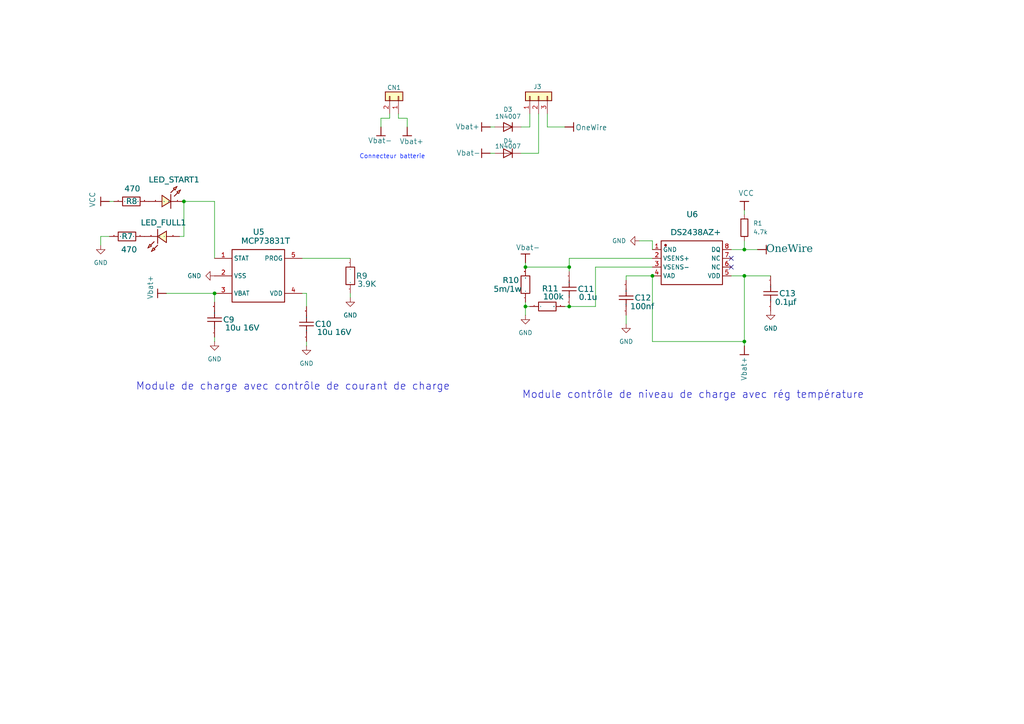
<source format=kicad_sch>
(kicad_sch (version 20231120) (generator "eeschema") (generator_version "8.0")
  (paper "A4")
  (lib_symbols
    (symbol "C_0805_US"
      (property "Reference" "C1" (at 2.54 0.8001 0))
      (property "Value" "10u 16V" (at 2.54 -1.4859 0))
      (symbol "C_0805_US_0_0"
        (polyline (pts (xy -2.032 0.508) (xy 2.032 0.508)) (stroke (width 0.254)))
        (polyline (pts (xy 0 -0.508) (xy 0 -2.54)) (stroke (width 0.254)))
        (polyline (pts (xy 0 2.54) (xy 0 0.508)) (stroke (width 0.254)))
        (polyline (pts (xy 2.032 -0.508) (xy -2.032 -0.508)) (stroke (width 0.254)))
        (pin unspecified line (at 0 -5.08 90) (length 2.54) (name "1") (number "1"))
        (pin unspecified line (at 0 5.08 270) (length 2.54) (name "2") (number "2"))
      )
    )
    (symbol "C_0805_US_1"
      (property "Reference" "C2" (at 2.54 0.8001 0))
      (property "Value" "10u 16V" (at 2.54 -1.4859 0))
      (symbol "C_0805_US_1_0_0"
        (polyline (pts (xy -2.032 0.508) (xy 2.032 0.508)) (stroke (width 0.254)))
        (polyline (pts (xy 0 -0.508) (xy 0 -2.54)) (stroke (width 0.254)))
        (polyline (pts (xy 0 2.54) (xy 0 0.508)) (stroke (width 0.254)))
        (polyline (pts (xy 2.032 -0.508) (xy -2.032 -0.508)) (stroke (width 0.254)))
        (pin unspecified line (at 0 -5.08 90) (length 2.54) (name "1") (number "1"))
        (pin unspecified line (at 0 5.08 270) (length 2.54) (name "2") (number "2"))
      )
    )
    (symbol "C_0805_US_2"
      (property "Reference" "C3" (at 2.54 0.8001 0))
      (property "Value" "0.1u" (at 2.54 -1.4859 0))
      (symbol "C_0805_US_2_0_0"
        (polyline (pts (xy -2.032 0.508) (xy 2.032 0.508)) (stroke (width 0.254)))
        (polyline (pts (xy 0 -0.508) (xy 0 -2.54)) (stroke (width 0.254)))
        (polyline (pts (xy 0 2.54) (xy 0 0.508)) (stroke (width 0.254)))
        (polyline (pts (xy 2.032 -0.508) (xy -2.032 -0.508)) (stroke (width 0.254)))
        (pin unspecified line (at 0 -5.08 90) (length 2.54) (name "1") (number "1"))
        (pin unspecified line (at 0 5.08 270) (length 2.54) (name "2") (number "2"))
      )
    )
    (symbol "C_0805_US_3"
      (property "Reference" "C4" (at 2.54 0.8001 0))
      (property "Value" "100nf" (at 0.8382 -1.6383 0))
      (symbol "C_0805_US_3_0_0"
        (polyline (pts (xy -2.032 0.508) (xy 2.032 0.508)) (stroke (width 0.254)))
        (polyline (pts (xy 0 -0.508) (xy 0 -2.54)) (stroke (width 0.254)))
        (polyline (pts (xy 0 2.54) (xy 0 0.508)) (stroke (width 0.254)))
        (polyline (pts (xy 2.032 -0.508) (xy -2.032 -0.508)) (stroke (width 0.254)))
        (pin unspecified line (at 0 -5.08 90) (length 2.54) (name "1") (number "1"))
        (pin unspecified line (at 0 5.08 270) (length 2.54) (name "2") (number "2"))
      )
    )
    (symbol "C_0805_US_4"
      (property "Reference" "C5" (at 2.54 0.8001 0))
      (property "Value" "0.1µf" (at 0.8382 -1.6383 0))
      (symbol "C_0805_US_4_0_0"
        (polyline (pts (xy -2.032 0.508) (xy 2.032 0.508)) (stroke (width 0.254)))
        (polyline (pts (xy 0 -0.508) (xy 0 -2.54)) (stroke (width 0.254)))
        (polyline (pts (xy 0 2.54) (xy 0 0.508)) (stroke (width 0.254)))
        (polyline (pts (xy 2.032 -0.508) (xy -2.032 -0.508)) (stroke (width 0.254)))
        (pin unspecified line (at 0 -5.08 90) (length 2.54) (name "1") (number "1"))
        (pin unspecified line (at 0 5.08 270) (length 2.54) (name "2") (number "2"))
      )
    )
    (symbol "Connector_Generic:Conn_01x02" (pin_names (offset 1.016) hide)
      (property "Reference" "J" (at 0 2.54 0))
      (property "Value" "Conn_01x02" (at 0 -5.08 0))
      (symbol "Conn_01x02_1_1"
        (rectangle (start -1.27 -2.413) (end 0 -2.667) (stroke (width 0.1524)))
        (rectangle (start -1.27 0.127) (end 0 -0.127) (stroke (width 0.1524)))
        (rectangle (start -1.27 1.27) (end 1.27 -3.81) (stroke (width 0.254)) (fill (type background)))
        (pin passive line (at -5.08 0 0) (length 3.81) (name "Pin_1") (number "1"))
        (pin passive line (at -5.08 -2.54 0) (length 3.81) (name "Pin_2") (number "2"))
      )
    )
    (symbol "Connector_Generic:Conn_01x03" (pin_names (offset 1.016) hide)
      (property "Reference" "J" (at 0 5.08 0))
      (property "Value" "Conn_01x03" (at 0 -5.08 0))
      (symbol "Conn_01x03_1_1"
        (rectangle (start -1.27 -2.413) (end 0 -2.667) (stroke (width 0.1524)))
        (rectangle (start -1.27 0.127) (end 0 -0.127) (stroke (width 0.1524)))
        (rectangle (start -1.27 2.667) (end 0 2.413) (stroke (width 0.1524)))
        (rectangle (start -1.27 3.81) (end 1.27 -3.81) (stroke (width 0.254)) (fill (type background)))
        (pin passive line (at -5.08 2.54 0) (length 3.81) (name "Pin_1") (number "1"))
        (pin passive line (at -5.08 0 0) (length 3.81) (name "Pin_2") (number "2"))
        (pin passive line (at -5.08 -2.54 0) (length 3.81) (name "Pin_3") (number "3"))
      )
    )
    (symbol "DS2438AZ+"
      (property "Reference" "U1" (at -2.7686 16.1163 0))
      (property "Value" "DS2438AZ+" (at -7.747 10.9601 0))
      (symbol "DS2438AZ+_0_0"
        (rectangle (start -10.16 7.62) (end 7.62 -5.08) (stroke (width 0.254)))
        (circle (center -8.89 6.35) (radius 0.254) (stroke (width 0.254)) (fill (type outline)))
        (pin unspecified line (at -12.7 5.08 0) (length 2.54) (name "GND") (number "1"))
        (pin unspecified line (at -12.7 2.54 0) (length 2.54) (name "VSENS+") (number "2"))
        (pin unspecified line (at -12.7 0 0) (length 2.54) (name "VSENS-") (number "3"))
        (pin unspecified line (at -12.7 -2.54 0) (length 2.54) (name "VAD") (number "4"))
        (pin unspecified line (at 10.16 -2.54 180) (length 2.54) (name "VDD") (number "5"))
        (pin unspecified line (at 10.16 0 180) (length 2.54) (name "NC") (number "6"))
        (pin unspecified line (at 10.16 2.54 180) (length 2.54) (name "NC") (number "7"))
        (pin unspecified line (at 10.16 5.08 180) (length 2.54) (name "DQ") (number "8"))
      )
    )
    (symbol "Device:R" (pin_numbers hide) (pin_names (offset 0))
      (property "Reference" "R" (at 2.032 0 90))
      (property "Value" "R" (at 0 0 90))
      (symbol "R_0_1"
        (rectangle (start -1.016 -2.54) (end 1.016 2.54) (stroke (width 0.254)))
      )
      (symbol "R_1_1"
        (pin passive line (at 0 3.81 270) (length 1.27) (name "~") (number "1"))
        (pin passive line (at 0 -3.81 90) (length 1.27) (name "~") (number "2"))
      )
    )
    (symbol "Diode:1N4007" (pin_numbers hide) (pin_names hide)
      (property "Reference" "D" (at 0 2.54 0))
      (property "Value" "1N4007" (at 0 -2.54 0))
      (symbol "1N4007_0_1"
        (polyline (pts (xy -1.27 1.27) (xy -1.27 -1.27)) (stroke (width 0.254)))
        (polyline (pts (xy 1.27 0) (xy -1.27 0)))
        (polyline (pts (xy 1.27 1.27) (xy 1.27 -1.27) (xy -1.27 0) (xy 1.27 1.27)) (stroke (width 0.254)))
      )
      (symbol "1N4007_1_1"
        (pin passive line (at -3.81 0 0) (length 2.54) (name "K") (number "1"))
        (pin passive line (at 3.81 0 180) (length 2.54) (name "A") (number "2"))
      )
    )
    (symbol "LED-0603_B"
      (property "Reference" "LED2" (at -4.2164 4.6609 0))
      (symbol "LED-0603_B_0_0"
        (polyline (pts (xy 1.27 2.032) (xy 1.27 -2.032)) (stroke (width 0.254)) (fill (type background)))
        (polyline (pts (xy 1.27 2.54) (xy 2.286 3.556)) (stroke (width 0.254)) (fill (type outline)))
        (polyline (pts (xy 2.286 1.524) (xy 3.302 2.54)) (stroke (width 0.254)) (fill (type outline)))
        (polyline (pts (xy -1.27 -1.524) (xy 1.27 0) (xy -1.27 1.778) (xy -1.27 -1.524)) (stroke (width 0.254)) (fill (type background)))
        (polyline (pts (xy 3.048 4.318) (xy 2.032 3.81) (xy 2.54 3.302) (xy 3.048 4.318)) (stroke (width 0.254)) (fill (type background)))
        (polyline (pts (xy 4.064 3.302) (xy 3.048 2.794) (xy 3.556 2.286) (xy 4.064 3.302)) (stroke (width 0.254)) (fill (type background)))
        (pin unspecified line (at -5.08 0 0) (length 3.81) (name "1") (number "1"))
        (pin unspecified line (at 5.08 0 180) (length 3.81) (name "2") (number "2"))
      )
    )
    (symbol "LED-0805_G"
      (property "Reference" "LED1" (at -1.6764 4.6609 0))
      (symbol "LED-0805_G_0_0"
        (polyline (pts (xy -2.286 -1.524) (xy -3.302 -2.54)) (stroke (width 0.254)) (fill (type outline)))
        (polyline (pts (xy -1.27 -2.54) (xy -2.286 -3.556)) (stroke (width 0.254)) (fill (type outline)))
        (polyline (pts (xy -1.27 -2.032) (xy -1.27 2.032)) (stroke (width 0.254)) (fill (type background)))
        (polyline (pts (xy -4.064 -3.302) (xy -3.048 -2.794) (xy -3.556 -2.286) (xy -4.064 -3.302)) (stroke (width 0.254)) (fill (type background)))
        (polyline (pts (xy -3.048 -4.318) (xy -2.032 -3.81) (xy -2.54 -3.302) (xy -3.048 -4.318)) (stroke (width 0.254)) (fill (type background)))
        (polyline (pts (xy 1.27 1.524) (xy -1.27 0) (xy 1.27 -1.778) (xy 1.27 1.524)) (stroke (width 0.254)) (fill (type background)))
        (pin unspecified line (at 5.08 0 180) (length 3.81) (name "1") (number "1"))
        (pin unspecified line (at -5.08 0 0) (length 3.81) (name "2") (number "2"))
      )
    )
    (symbol "MCP73831T-2ATI/OT"
      (property "Reference" "U2" (at -1.4986 13.5509 0))
      (property "Value" "MCP73831T" (at -5.3594 11.0109 0))
      (symbol "MCP73831T-2ATI/OT_0_0"
        (rectangle (start -7.62 7.62) (end 7.62 -7.62) (stroke (width 0.254)))
        (pin unspecified line (at -12.7 5.08 0) (length 5.08) (name "STAT") (number "1"))
        (pin unspecified line (at -12.7 0 0) (length 5.08) (name "VSS") (number "2"))
        (pin unspecified line (at -12.7 -5.08 0) (length 5.08) (name "VBAT") (number "3"))
        (pin unspecified line (at 12.7 -5.08 180) (length 5.08) (name "VDD") (number "4"))
        (pin unspecified line (at 12.7 5.08 180) (length 5.08) (name "PROG") (number "5"))
      )
    )
    (symbol "OneWire" (power) (pin_numbers hide) (pin_names hide)
      (property "Value" "OneWire" (at 0 3.81 0))
      (symbol "OneWire_0_0"
        (polyline (pts (xy -1.27 -2.54) (xy 1.27 -2.54)) (stroke (width 0.254)))
        (polyline (pts (xy 0 0) (xy 0 -2.54)) (stroke (width 0.254)))
        (pin power_in line (at 0 0 270) (length 0) (name "OneWire") (number "1"))
      )
    )
    (symbol "R_0805_EU"
      (property "Reference" "R1" (at 1.778 0.8001 0))
      (property "Value" "3.9K" (at 1.778 -1.4859 0))
      (symbol "R_0805_EU_0_0"
        (rectangle (start -1.27 2.54) (end 1.27 -2.54) (stroke (width 0.254)))
        (pin unspecified line (at 0 -5.08 90) (length 2.54) (name "1") (number "1"))
        (pin unspecified line (at 0 5.08 270) (length 2.54) (name "2") (number "2"))
      )
    )
    (symbol "R_0805_EU_1"
      (property "Reference" "R2" (at -1.4986 0.8763 0))
      (property "Value" "470" (at -3.2258 4.6609 0))
      (symbol "R_0805_EU_1_0_0"
        (rectangle (start -2.54 1.27) (end 2.54 -1.27) (stroke (width 0.254)))
        (pin unspecified line (at 5.08 0 180) (length 2.54) (name "1") (number "1"))
        (pin unspecified line (at -5.08 0 0) (length 2.54) (name "2") (number "2"))
      )
    )
    (symbol "R_0805_EU_2"
      (property "Reference" "R3" (at -1.4986 0.8763 0))
      (property "Value" "470" (at -1.9558 -2.9337 0))
      (symbol "R_0805_EU_2_0_0"
        (rectangle (start -2.54 1.27) (end 2.54 -1.27) (stroke (width 0.254)))
        (pin unspecified line (at 5.08 0 180) (length 2.54) (name "1") (number "1"))
        (pin unspecified line (at -5.08 0 0) (length 2.54) (name "2") (number "2"))
      )
    )
    (symbol "R_0805_EU_3"
      (property "Reference" "R4" (at -6.5786 2.0955 0))
      (property "Value" "5m/1w" (at -9.8298 -0.4191 0))
      (symbol "R_0805_EU_3_0_0"
        (rectangle (start -1.27 2.54) (end 1.27 -2.54) (stroke (width 0.254)))
        (pin unspecified line (at 0 -5.08 90) (length 2.54) (name "1") (number "1"))
        (pin unspecified line (at 0 5.08 270) (length 2.54) (name "2") (number "2"))
      )
    )
    (symbol "R_0805_EU_4"
      (property "Reference" "R5" (at -1.4986 6.0071 0))
      (property "Value" "100k" (at -1.4986 3.7211 0))
      (symbol "R_0805_EU_4_0_0"
        (rectangle (start -2.54 1.27) (end 2.54 -1.27) (stroke (width 0.254)))
        (pin unspecified line (at 5.08 0 180) (length 2.54) (name "1") (number "1"))
        (pin unspecified line (at -5.08 0 0) (length 2.54) (name "2") (number "2"))
      )
    )
    (symbol "VCC" (power) (pin_numbers hide) (pin_names hide)
      (property "Value" "VCC" (at 0 3.81 0))
      (symbol "VCC_0_0"
        (polyline (pts (xy -1.27 -2.54) (xy 1.27 -2.54)) (stroke (width 0.254)))
        (polyline (pts (xy 0 0) (xy 0 -2.54)) (stroke (width 0.254)))
        (pin power_in line (at 0 0 270) (length 0) (name "VCC") (number "1"))
      )
    )
    (symbol "Vbat+" (power) (pin_numbers hide) (pin_names hide)
      (property "Value" "Vbat+" (at 0 3.81 0))
      (symbol "Vbat+_0_0"
        (polyline (pts (xy -1.27 -2.54) (xy 1.27 -2.54)) (stroke (width 0.254)))
        (polyline (pts (xy 0 0) (xy 0 -2.54)) (stroke (width 0.254)))
        (pin power_in line (at 0 0 270) (length 0) (name "Vbat+") (number "1"))
      )
    )
    (symbol "power:GND" (power) (pin_numbers hide) (pin_names (offset 0) hide)
      (property "Value" "GND" (at 0 -3.81 0))
      (symbol "GND_0_1"
        (polyline (pts (xy 0 0) (xy 0 -1.27) (xy 1.27 -1.27) (xy 0 -2.54) (xy -1.27 -1.27) (xy 0 -1.27)))
      )
      (symbol "GND_1_1"
        (pin power_in line (at 0 0 270) (length 0) (name "~") (number "1"))
      )
    )
  )
  (junction (at 152.4 88.9))
  (junction (at 215.9 99.06))
  (junction (at 152.4 77.47))
  (junction (at 215.9 72.39))
  (junction (at 62.23 85.09))
  (junction (at 165.1 88.9))
  (junction (at 53.34 58.42))
  (junction (at 189.23 80.01))
  (junction (at 215.9 80.01))
  (junction (at 165.1 77.47))
  (no_connect (at 212.09 74.93))
  (no_connect (at 212.09 77.47))
  (wire (pts (xy 181.61 91.44) (xy 181.61 93.98)))
  (wire (pts (xy 53.34 58.42) (xy 62.23 58.42)))
  (wire (pts (xy 48.26 85.09) (xy 62.23 85.09)))
  (wire (pts (xy 52.07 68.58) (xy 53.34 68.58)))
  (wire (pts (xy 62.23 58.42) (xy 62.23 74.93)))
  (wire (pts (xy 87.63 74.93) (xy 101.6 74.93)))
  (wire (pts (xy 142.24 36.83) (xy 143.51 36.83)))
  (wire (pts (xy 152.4 76.2) (xy 152.4 77.47)))
  (wire (pts (xy 156.21 44.45) (xy 151.13 44.45)))
  (wire (pts (xy 152.4 88.9) (xy 152.4 87.63)))
  (wire (pts (xy 215.9 99.06) (xy 215.9 80.01)))
  (wire (pts (xy 189.23 74.93) (xy 165.1 74.93)))
  (wire (pts (xy 219.71 72.39) (xy 215.9 72.39)))
  (wire (pts (xy 152.4 88.9) (xy 152.4 91.44)))
  (wire (pts (xy 172.72 77.47) (xy 172.72 88.9)))
  (wire (pts (xy 29.21 68.58) (xy 29.21 71.12)))
  (wire (pts (xy 31.75 58.42) (xy 33.02 58.42)))
  (wire (pts (xy 189.23 69.85) (xy 189.23 72.39)))
  (wire (pts (xy 118.11 34.29) (xy 115.57 34.29)))
  (wire (pts (xy 118.11 34.29) (xy 118.11 36.83)))
  (wire (pts (xy 53.34 68.58) (xy 53.34 58.42)))
  (wire (pts (xy 142.24 44.45) (xy 143.51 44.45)))
  (wire (pts (xy 153.67 88.9) (xy 152.4 88.9)))
  (wire (pts (xy 185.42 69.85) (xy 189.23 69.85)))
  (wire (pts (xy 62.23 97.79) (xy 62.23 99.06)))
  (wire (pts (xy 215.9 80.01) (xy 212.09 80.01)))
  (wire (pts (xy 181.61 81.28) (xy 181.61 80.01)))
  (wire (pts (xy 215.9 60.96) (xy 215.9 62.23)))
  (wire (pts (xy 88.9 99.06) (xy 88.9 100.33)))
  (wire (pts (xy 165.1 88.9) (xy 163.83 88.9)))
  (wire (pts (xy 158.75 36.83) (xy 163.83 36.83)))
  (wire (pts (xy 215.9 72.39) (xy 212.09 72.39)))
  (wire (pts (xy 152.4 77.47) (xy 165.1 77.47)))
  (wire (pts (xy 110.49 34.29) (xy 113.03 34.29)))
  (wire (pts (xy 101.6 85.09) (xy 101.6 86.36)))
  (wire (pts (xy 62.23 85.09) (xy 62.23 87.63)))
  (wire (pts (xy 88.9 85.09) (xy 88.9 88.9)))
  (wire (pts (xy 29.21 68.58) (xy 31.75 68.58)))
  (wire (pts (xy 153.67 33.02) (xy 153.67 36.83)))
  (wire (pts (xy 181.61 80.01) (xy 189.23 80.01)))
  (wire (pts (xy 115.57 34.29) (xy 115.57 33.02)))
  (wire (pts (xy 189.23 77.47) (xy 172.72 77.47)))
  (wire (pts (xy 153.67 36.83) (xy 151.13 36.83)))
  (wire (pts (xy 156.21 33.02) (xy 156.21 44.45)))
  (wire (pts (xy 215.9 99.06) (xy 215.9 100.33)))
  (wire (pts (xy 215.9 69.85) (xy 215.9 72.39)))
  (wire (pts (xy 110.49 34.29) (xy 110.49 36.83)))
  (wire (pts (xy 113.03 34.29) (xy 113.03 33.02)))
  (wire (pts (xy 165.1 74.93) (xy 165.1 77.47)))
  (wire (pts (xy 189.23 99.06) (xy 215.9 99.06)))
  (wire (pts (xy 223.52 80.01) (xy 215.9 80.01)))
  (wire (pts (xy 172.72 88.9) (xy 165.1 88.9)))
  (wire (pts (xy 189.23 80.01) (xy 189.23 99.06)))
  (wire (pts (xy 87.63 85.09) (xy 88.9 85.09)))
  (wire (pts (xy 158.75 33.02) (xy 158.75 36.83)))
  (wire (pts (xy 165.1 77.47) (xy 165.1 78.74)))
  (text "Module de charge avec contrôle de courant de charge" (at 39.37 110.8583 0) (effects (font (size 2.1717 2.1717)) (justify left top)))
  (text "Module contrôle de niveau de charge avec rég température" (at 151.384 113.284 0) (effects (font (size 2.1717 2.1717)) (justify left top)))
  (text "Connecteur batterie" (at 113.792 45.466 0) (effects (font (size 1.27 1.27))))
  (symbol (lib_id "power:GND") (at 152.4 91.44 0) (unit 1)
    (property "Reference" "#PWR021" (effects (hide yes)))
    (property "Value" "GND" (at 152.4 96.52 0))
    (property "Description" "Power symbol creates a global label with name \"GND\" , ground" (effects (hide yes)))
  )
  (symbol (lib_id "VCC") (at 215.9 60.96 0) (mirror x) (unit 0)
    (property "Reference" "#PWR01" (effects (hide yes)))
    (property "Value" "VCC" (at 214.122 56.896 0) (effects (font (size 1.524 1.524)) (justify left top)))
    (property "Description" "Le symbole d'alimentation crée un label global de nom 'VCC'" (effects (hide yes)))
  )
  (symbol (lib_id "power:GND") (at 88.9 100.33 0) (unit 1)
    (property "Reference" "#PWR018" (effects (hide yes)))
    (property "Value" "GND" (at 88.9 105.41 0))
    (property "Description" "Power symbol creates a global label with name \"GND\" , ground" (effects (hide yes)))
  )
  (symbol (lib_id "Diode:1N4007") (at 147.32 44.45 180) (unit 1)
    (property "Reference" "D4" (at 147.32 40.894 0))
    (property "Value" "1N4007" (at 147.32 42.418 0))
    (property "Footprint" "Diode_SMD:D_SMA" (effects (hide yes)))
    (property "Datasheet" "http://www.vishay.com/docs/88503/1n4001.pdf" (effects (hide yes)))
    (property "Description" "1000V 1A General Purpose Rectifier Diode, DO-41" (effects (hide yes)))
    (property "Sim.Device" "D" (effects (hide yes)))
    (property "Sim.Pins" "1=K 2=A" (effects (hide yes)))
  )
  (symbol (lib_id "R_0805_EU_4") (at 158.75 88.9 0) (unit 1)
    (property "Reference" "R11" (at 157.2514 82.8929 0) (effects (font (size 1.6891 1.6891)) (justify left top)))
    (property "Value" "100k" (at 157.2514 85.1789 0) (effects (font (size 1.6891 1.6891)) (justify left top)))
    (property "Footprint" "Resistor_SMD:R_0805_2012Metric" (effects (hide yes)))
  )
  (symbol (lib_id "R_0805_EU") (at 101.6 80.01 0) (unit 1)
    (property "Reference" "R9" (at 103.378 79.2099 0) (effects (font (size 1.6891 1.6891)) (justify left top)))
    (property "Value" "3.9K" (at 103.378 81.4959 0) (effects (font (size 1.6891 1.6891)) (justify left top)))
    (property "Footprint" "Resistor_SMD:R_0805_2012Metric" (effects (hide yes)))
  )
  (symbol (lib_id "Vbat+") (at 215.9 100.33 0) (mirror y) (unit 0)
    (property "Reference" "#PWR024" (effects (hide yes)))
    (property "Value" "Vbat+" (at 216.662 110.49 90) (effects (font (size 1.524 1.524)) (justify left top)))
    (property "Description" "Le symbole d'alimentation crée un label global de nom 'Vbat+'" (effects (hide yes)))
  )
  (symbol (lib_id "C_0805_US_4") (at 223.52 85.09 0) (unit 1)
    (property "Reference" "C13" (at 226.06 84.2899 0) (effects (font (size 1.6891 1.6891)) (justify left top)))
    (property "Value" "0.1µf" (at 224.3582 86.7283 0) (effects (font (size 1.6891 1.6891)) (justify left top)))
    (property "Footprint" "Capacitor_SMD:C_0805_2012Metric" (effects (hide yes)))
  )
  (symbol (lib_id "OneWire") (at 219.71 72.39 90) (mirror x) (unit 0)
    (property "Reference" "#PWR025" (effects (hide yes)))
    (property "Value" "OneWire" (at 222.377 73.406 -270) (effects (font (size 2.1717 2.1717)) (justify right bottom)))
    (property "Description" "Le symbole d'alimentation crée un label global de nom 'OneWire'" (effects (hide yes)))
  )
  (symbol (lib_id "power:GND") (at 62.23 99.06 0) (unit 1)
    (property "Reference" "#PWR017" (effects (hide yes)))
    (property "Value" "GND" (at 62.23 104.14 0))
    (property "Description" "Power symbol creates a global label with name \"GND\" , ground" (effects (hide yes)))
  )
  (symbol (lib_id "C_0805_US_2") (at 165.1 83.82 0) (unit 1)
    (property "Reference" "C11" (at 167.64 83.0199 0) (effects (font (size 1.6891 1.6891)) (justify left top)))
    (property "Value" "0.1u" (at 167.64 85.3059 0) (effects (font (size 1.6891 1.6891)) (justify left top)))
    (property "Footprint" "Capacitor_SMD:C_0805_2012Metric" (effects (hide yes)))
  )
  (symbol (lib_id "power:GND") (at 181.61 93.98 0) (unit 1)
    (property "Reference" "#PWR022" (effects (hide yes)))
    (property "Value" "GND" (at 181.61 99.06 0))
    (property "Description" "Power symbol creates a global label with name \"GND\" , ground" (effects (hide yes)))
  )
  (symbol (lib_id "power:GND") (at 29.21 71.12 0) (unit 1)
    (property "Reference" "#PWR013" (effects (hide yes)))
    (property "Value" "GND" (at 29.21 76.2 0))
    (property "Description" "Power symbol creates a global label with name \"GND\" , ground" (effects (hide yes)))
  )
  (symbol (lib_id "power:GND") (at 62.23 80.01 270) (unit 1)
    (property "Reference" "#PWR016" (effects (hide yes)))
    (property "Value" "GND" (at 58.42 80.0099 90) (effects (justify right)))
    (property "Description" "Power symbol creates a global label with name \"GND\" , ground" (effects (hide yes)))
  )
  (symbol (lib_id "R_0805_EU_1") (at 38.1 58.42 0) (unit 1)
    (property "Reference" "R8" (at 36.6014 57.5437 0) (effects (font (size 1.6891 1.6891)) (justify left top)))
    (property "Value" "470" (at 35.814 53.848 0) (effects (font (size 1.6891 1.6891)) (justify left top)))
    (property "Footprint" "Resistor_SMD:R_0805_2012Metric" (effects (hide yes)))
  )
  (symbol (lib_id "C_0805_US_3") (at 181.61 86.36 0) (unit 1)
    (property "Reference" "C12" (at 184.15 85.5599 0) (effects (font (size 1.6891 1.6891)) (justify left top)))
    (property "Value" "100nf" (at 182.4482 87.9983 0) (effects (font (size 1.6891 1.6891)) (justify left top)))
    (property "Footprint" "Capacitor_SMD:C_0805_2012Metric" (effects (hide yes)))
  )
  (symbol (lib_id "Diode:1N4007") (at 147.32 36.83 180) (unit 1)
    (property "Reference" "D3" (at 147.32 31.75 0))
    (property "Value" "1N4007" (at 147.32 33.782 0))
    (property "Footprint" "Diode_SMD:D_SMA" (effects (hide yes)))
    (property "Datasheet" "http://www.vishay.com/docs/88503/1n4001.pdf" (effects (hide yes)))
    (property "Description" "1000V 1A General Purpose Rectifier Diode, DO-41" (effects (hide yes)))
    (property "Sim.Device" "D" (effects (hide yes)))
    (property "Sim.Pins" "1=K 2=A" (effects (hide yes)))
  )
  (symbol (lib_id "power:GND") (at 223.52 90.17 0) (unit 1)
    (property "Reference" "#PWR026" (effects (hide yes)))
    (property "Value" "GND" (at 223.52 95.25 0))
    (property "Description" "Power symbol creates a global label with name \"GND\" , ground" (effects (hide yes)))
  )
  (symbol (lib_id "Device:R") (at 215.9 66.04 0) (unit 1)
    (property "Reference" "R1" (at 218.44 64.7699 0) (effects (justify left)))
    (property "Value" "4.7k" (at 218.44 67.3099 0) (effects (justify left)))
    (property "Footprint" "Resistor_SMD:R_0805_2012Metric" (effects (hide yes)))
    (property "Description" "Resistor" (effects (hide yes)))
  )
  (symbol (lib_id "Vbat+") (at 110.49 36.83 0) (mirror y) (unit 0)
    (property "Reference" "#PWR029" (effects (hide yes)))
    (property "Value" "Vbat-" (at 113.792 39.878 0) (effects (font (size 1.524 1.524)) (justify left top)))
    (property "Description" "Le symbole d'alimentation crée un label global de nom 'Vbat+'" (effects (hide yes)))
  )
  (symbol (lib_id "power:GND") (at 185.42 69.85 270) (unit 1)
    (property "Reference" "#PWR023" (effects (hide yes)))
    (property "Value" "GND" (at 181.61 69.8499 90) (effects (justify right)))
    (property "Description" "Power symbol creates a global label with name \"GND\" , ground" (effects (hide yes)))
  )
  (symbol (lib_id "Vbat+") (at 142.24 36.83 270) (mirror x) (unit 0)
    (property "Reference" "#PWR027" (effects (hide yes)))
    (property "Value" "Vbat+" (at 132.08 37.592 90) (effects (font (size 1.524 1.524)) (justify left top)))
    (property "Description" "Le symbole d'alimentation crée un label global de nom 'Vbat+'" (effects (hide yes)))
  )
  (symbol (lib_id "R_0805_EU_3") (at 152.4 82.55 0) (unit 1)
    (property "Reference" "R10" (at 145.8214 80.4545 0) (effects (font (size 1.6891 1.6891)) (justify left top)))
    (property "Value" "5m/1w" (at 142.5702 82.9691 0) (effects (font (size 1.6891 1.6891)) (justify left top)))
    (property "Footprint" "Resistor_SMD:R_0805_2012Metric" (effects (hide yes)))
  )
  (symbol (lib_id "Vbat+") (at 142.24 44.45 270) (mirror x) (unit 0)
    (property "Reference" "#PWR028" (effects (hide yes)))
    (property "Value" "Vbat-" (at 132.334 45.212 90) (effects (font (size 1.524 1.524)) (justify left top)))
    (property "Description" "Le symbole d'alimentation crée un label global de nom 'Vbat+'" (effects (hide yes)))
  )
  (symbol (lib_id "LED-0603_B") (at 48.26 58.42 0) (unit 1)
    (property "Reference" "LED_START1" (at 43.18 51.308 0) (effects (font (size 1.6891 1.6891)) (justify left top)))
    (property "Value" "LED-0603_B" (effects (hide yes)))
    (property "Footprint" "LED_SMD:LED_0805_2012Metric" (effects (hide yes)))
  )
  (symbol (lib_id "Vbat+") (at 118.11 36.83 0) (mirror y) (unit 0)
    (property "Reference" "#PWR030" (effects (hide yes)))
    (property "Value" "Vbat+" (at 122.936 40.132 0) (effects (font (size 1.524 1.524)) (justify left top)))
    (property "Description" "Le symbole d'alimentation crée un label global de nom 'Vbat+'" (effects (hide yes)))
  )
  (symbol (lib_id "LED-0805_G") (at 46.99 68.58 0) (unit 1)
    (property "Reference" "LED_FULL1" (at 40.894 63.754 0) (effects (font (size 1.6891 1.6891)) (justify left top)))
    (property "Value" "LED-0805_G" (effects (hide yes)))
    (property "Footprint" "LED_SMD:LED_0805_2012Metric" (effects (hide yes)))
  )
  (symbol (lib_id "OneWire") (at 163.83 36.83 90) (mirror x) (unit 0)
    (property "Reference" "#PWR031" (effects (hide yes)))
    (property "Value" "OneWire" (at 166.878 37.846 90) (effects (font (size 1.524 1.524)) (justify right bottom)))
    (property "Description" "Le symbole d'alimentation crée un label global de nom 'OneWire'" (effects (hide yes)))
  )
  (symbol (lib_id "VCC") (at 31.75 58.42 270) (mirror x) (unit 0)
    (property "Reference" "#PWR014" (effects (hide yes)))
    (property "Value" "VCC" (at 27.686 60.198 0) (effects (font (size 1.524 1.524)) (justify left top)))
    (property "Description" "Le symbole d'alimentation crée un label global de nom 'VCC'" (effects (hide yes)))
  )
  (symbol (lib_id "DS2438AZ+") (at 201.93 77.47 0) (unit 1)
    (property "Reference" "U6" (at 199.1614 61.3537 0) (effects (font (size 1.6891 1.6891)) (justify left top)))
    (property "Value" "DS2438AZ+" (at 194.183 66.5099 0) (effects (font (size 1.6891 1.6891)) (justify left top)))
    (property "Footprint" "Package_SO:SOIC-8_3.9x4.9mm_P1.27mm" (effects (hide yes)))
  )
  (symbol (lib_id "MCP73831T-2ATI/OT") (at 74.93 80.01 0) (unit 1)
    (property "Reference" "U5" (at 73.4314 66.4591 0) (effects (font (size 1.6891 1.6891)) (justify left top)))
    (property "Value" "MCP73831T" (at 69.5706 68.9991 0) (effects (font (size 1.6891 1.6891)) (justify left top)))
    (property "Footprint" "Package_TO_SOT_SMD:SOT-23-5" (effects (hide yes)))
  )
  (symbol (lib_id "C_0805_US") (at 88.9 93.98 0) (unit 1)
    (property "Reference" "C10" (at 91.44 93.1799 0) (effects (font (size 1.6891 1.6891)) (justify left top)))
    (property "Value" "10u 16V" (at 91.44 95.4659 0) (effects (font (size 1.6891 1.6891)) (justify left top)))
    (property "Footprint" "Capacitor_SMD:C_0805_2012Metric" (effects (hide yes)))
  )
  (symbol (lib_id "Connector_Generic:Conn_01x02") (at 115.57 27.94 270) (mirror x) (unit 1)
    (property "Reference" "CN1" (at 114.3 25.4 90))
    (property "Value" "Conn_01x02" (effects (hide yes)))
    (property "Footprint" "TerminalBlock_MetzConnect:TerminalBlock_MetzConnect_Type011_RT05502HBWC_1x02_P5.00mm_Horizontal" (effects (hide yes)))
    (property "Description" "Generic connector, single row, 01x02, script generated (kicad-library-utils/schlib/autogen/connector/)" (effects (hide yes)))
  )
  (symbol (lib_id "R_0805_EU_2") (at 36.83 68.58 0) (unit 1)
    (property "Reference" "R7" (at 35.3314 67.7037 0) (effects (font (size 1.6891 1.6891)) (justify left top)))
    (property "Value" "470" (at 34.8742 71.5137 0) (effects (font (size 1.6891 1.6891)) (justify left top)))
    (property "Footprint" "Resistor_SMD:R_0805_2012Metric" (effects (hide yes)))
  )
  (symbol (lib_id "Connector_Generic:Conn_01x03") (at 156.21 27.94 90) (unit 1)
    (property "Reference" "J3" (at 154.686 25.146 90) (effects (justify right)))
    (property "Value" "Conn_01x03" (effects (hide yes)))
    (property "Footprint" "Connector_PinHeader_1.00mm:PinHeader_1x03_P1.00mm_Vertical" (effects (hide yes)))
    (property "Description" "Generic connector, single row, 01x03, script generated (kicad-library-utils/schlib/autogen/connector/)" (effects (hide yes)))
  )
  (symbol (lib_id "Vbat+") (at 152.4 76.2 0) (mirror x) (unit 0)
    (property "Reference" "#PWR020" (effects (hide yes)))
    (property "Value" "Vbat-" (at 149.606 72.644 0) (effects (font (size 1.524 1.524)) (justify left top)))
    (property "Description" "Le symbole d'alimentation crée un label global de nom 'Vbat+'" (effects (hide yes)))
  )
  (symbol (lib_id "Vbat+") (at 48.26 85.09 270) (mirror x) (unit 0)
    (property "Reference" "#PWR015" (effects (hide yes)))
    (property "Value" "Vbat+" (at 44.45 86.868 0) (effects (font (size 1.524 1.524)) (justify left top)))
    (property "Description" "Le symbole d'alimentation crée un label global de nom 'Vbat+'" (effects (hide yes)))
  )
  (symbol (lib_id "power:GND") (at 101.6 86.36 0) (unit 1)
    (property "Reference" "#PWR019" (effects (hide yes)))
    (property "Value" "GND" (at 101.6 91.44 0))
    (property "Description" "Power symbol creates a global label with name \"GND\" , ground" (effects (hide yes)))
  )
  (symbol (lib_id "C_0805_US_1") (at 62.23 92.71 0) (unit 1)
    (property "Reference" "C9" (at 64.77 91.9099 0) (effects (font (size 1.6891 1.6891)) (justify left top)))
    (property "Value" "10u 16V" (at 64.77 94.1959 0) (effects (font (size 1.6891 1.6891)) (justify left top)))
    (property "Footprint" "Capacitor_SMD:C_0805_2012Metric" (effects (hide yes)))
  )
)
</source>
